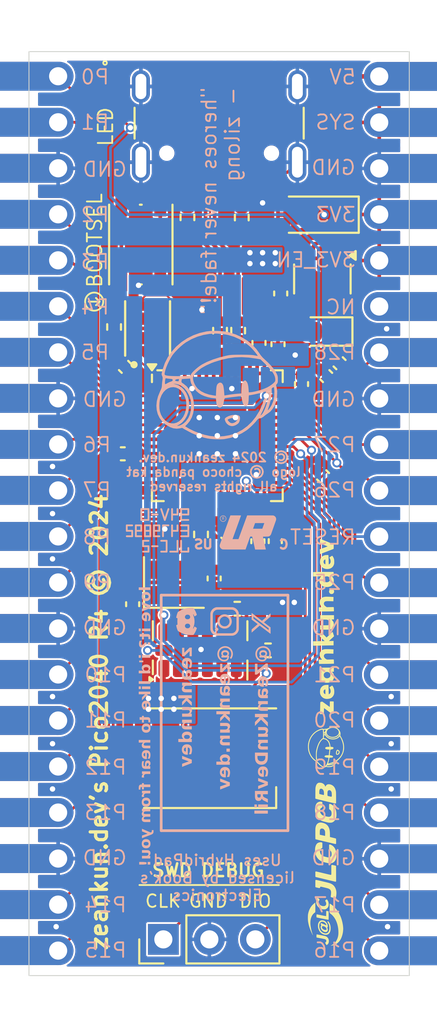
<source format=kicad_pcb>
(kicad_pcb (version 20240108) (generator "pcbnew") (generator_version "8.0")
  (layers (0 "F.Cu" signal) (31 "B.Cu" signal) (34 "B.Paste" user) (35 "F.Paste" user) (36 "B.SilkS" user "B.Silkscreen") (37 "F.SilkS" user "F.Silkscreen") (38 "B.Mask" user) (39 "F.Mask" user) (44 "Edge.Cuts" user))
  (net 0 "")
  (net 1 "GND")
  (net 2 "+3V3")
  (net 3 "+1V1")
  (net 4 "/XO")
  (net 5 "/XI")
  (net 6 "Net-(U3-BP)")
  (net 7 "VBUS")
  (net 8 "SYS")
  (net 10 "/NEOPIXEL_DIN")
  (net 11 "/P25")
  (net 13 "/USB_DM")
  (net 14 "/USB_DP")
  (net 16 "Net-(J1-CC1)")
  (net 17 "Net-(J1-CC2)")
  (net 18 "/DEBUG_DAT")
  (net 19 "/DEBUG_CLK")
  (net 20 "/P4")
  (net 21 "/P0")
  (net 22 "/P13")
  (net 23 "/P2")
  (net 24 "/P10")
  (net 25 "/P14")
  (net 26 "/P9")
  (net 27 "/P15")
  (net 28 "/P11")
  (net 29 "/P6")
  (net 30 "/P8")
  (net 31 "/P3")
  (net 32 "/P1")
  (net 33 "/P5")
  (net 34 "/P7")
  (net 35 "/P12")
  (net 36 "/RESET")
  (net 37 "/P20")
  (net 38 "/P18")
  (net 39 "/P19")
  (net 40 "/P16")
  (net 41 "/P21")
  (net 42 "/P26")
  (net 43 "/P28")
  (net 44 "/P17")
  (net 45 "Net-(U1-USB_DP)")
  (net 46 "Net-(U1-USB_DM)")
  (net 47 "/FLASH_CS")
  (net 48 "Net-(R3-Pad1)")
  (net 49 "Net-(U1-XOUT)")
  (net 50 "Net-(U4-SDO{slash}ADDR)")
  (net 51 "Net-(U4-~{CS})")
  (net 53 "/FLASH_D1")
  (net 54 "/FLASH_D0")
  (net 55 "/GYRO_SDA")
  (net 56 "/FLASH_D3")
  (net 57 "/FLASH_D2")
  (net 58 "/FLASH_CLK")
  (net 59 "/GYRO_SCL")
  (net 67 "/P27")
  (footprint "Capacitor_SMD:C_0402_1005Metric" (layer "F.Cu") (at 83.9 43.35 90)
    (property "Reference" "C14" (hide yes))
    (property "Value" "470pF")
  )
  (footprint "SMD-TH-Connector:Conn_01x20_2.54mm" (layer "F.Cu") (at 71.61 54.22)
    (property "Reference" "J3" (hide yes))
    (property "Value" "HybridPad_1x20")
  )
  (footprint "Package_DFN_QFN:QFN-56-1EP_7x7mm_P0.4mm_EP3.2x3.2mm" (layer "F.Cu") (at 80.4 51.2)
    (property "Reference" "U1" (hide yes))
    (property "Value" "RP2040")
  )
  (footprint "Resistor_SMD:R_0402_1005Metric" (layer "F.Cu") (at 80.55 45.4 -90)
    (property "Reference" "R1" (hide yes))
    (property "Value" "200")
  )
  (footprint "Package_TO_SOT_SMD:SOT-23-5" (layer "F.Cu") (at 86.2 42.55 -90)
    (property "Reference" "U3" (hide yes))
    (property "Value" "MIC5205-3.3YM5")
  )
  (footprint "LOGO" (layer "F.Cu") (at 86.4 63.2 90)
    (property "Reference" "G***" (hide yes))
    (property "Value" "LOGO" (hide yes))
  )
  (footprint "Capacitor_SMD:C_0402_1005Metric" (layer "F.Cu") (at 75.3 47.4 135)
    (property "Reference" "C1" (hide yes))
    (property "Value" "100n")
  )
  (footprint "Capacitor_SMD:C_0402_1005Metric" (layer "F.Cu") (at 82.7 46.08 90)
    (property "Reference" "C11" (hide yes))
    (property "Value" "1u")
  )
  (footprint "Diode_SMD:D_SOD-123F" (layer "F.Cu") (at 86 39 180)
    (property "Reference" "D1" (hide yes))
    (property "Value" "D_Schottky")
  )
  (footprint "Button_Switch_SMD:SW_Push_1P1T_NO_Vertical_Wuerth_434133025816" (layer "F.Cu") (at 76.175 40.65 -90)
    (property "Reference" "SW1" (hide yes))
    (property "Value" "434133025816")
  )
  (footprint "Resistor_SMD:R_0402_1005Metric" (layer "F.Cu") (at 81.55 45.4 -90)
    (property "Reference" "R2" (hide yes))
    (property "Value" "200")
  )
  (footprint "Capacitor_SMD:C_0402_1005Metric" (layer "F.Cu") (at 85.05 48.35 -90)
    (property "Reference" "C6" (hide yes))
    (property "Value" "100n")
  )
  (footprint "Resistor_SMD:R_0402_1005Metric" (layer "F.Cu") (at 74.7 45.2 -90)
    (property "Reference" "R3" (hide yes))
    (property "Value" "1k")
  )
  (footprint "Capacitor_SMD:C_0402_1005Metric" (layer "F.Cu") (at 86.410589 47.910589 -45)
    (property "Reference" "C7" (hide yes))
    (property "Value" "100n")
  )
  (footprint "Capacitor_SMD:C_0402_1005Metric" (layer "F.Cu") (at 83.75 46.15 90)
    (property "Reference" "C8" (hide yes))
    (property "Value" "1u")
  )
  (footprint "Capacitor_SMD:C_0402_1005Metric" (layer "F.Cu") (at 75.18 52.2 180)
    (property "Reference" "C2" (hide yes))
    (property "Value" "100n")
  )
  (footprint "Capacitor_SMD:C_0402_1005Metric" (layer "F.Cu") (at 87.15 47.2 -45)
    (property "Reference" "C5" (hide yes))
    (property "Value" "100n")
  )
  (footprint "Resistor_SMD:R_0402_1005Metric" (layer "F.Cu") (at 79.5 56.65 90)
    (property "Reference" "R5" (hide yes))
    (property "Value" "1k")
  )
  (footprint "Package_LGA:LGA-14_3x5mm_P0.8mm_LayoutBorder1x6y" (layer "F.Cu") (at 79.45 63.05 90)
    (property "Reference" "U4" (hide yes))
    (property "Value" "ADXL343")
  )
  (footprint "Capacitor_SMD:C_0402_1005Metric" (layer "F.Cu") (at 82.637502 57.025 -90)
    (property "Reference" "C10" (hide yes))
    (property "Value" "100n")
  )
  (footprint "Resistor_SMD:R_0402_1005Metric" (layer "F.Cu") (at 83.199999 63.05 180)
    (property "Reference" "R9" (hide yes))
    (property "Value" "10k")
  )
  (footprint "Resistor_SMD:R_0402_1005Metric" (layer "F.Cu") (at 81.75 39.16 -90)
    (property "Reference" "R6" (hide yes))
    (property "Value" "5.1k")
  )
  (footprint "LED_SMD:LED_0402_1005Metric" (layer "F.Cu") (at 74.2 31.715 -90)
    (property "Reference" "D3" (hide yes))
    (property "Value" "BLUE")
  )
  (footprint "Connector_USB:USB_C_Receptacle_GCT_USB4105-xx-A_16P_TopMnt_Horizontal" (layer "F.Cu") (at 80.5 33 180)
    (property "Reference" "J1" (hide yes))
    (property "Value" "USB_C_Receptacle_USB2.0_16P")
  )
  (footprint "Capacitor_SMD:C_0402_1005Metric" (layer "F.Cu") (at 86.239411 53.439411 -45)
    (property "Reference" "C4" (hide yes))
    (property "Value" "100n")
  )
  (footprint "LOGO" (layer "F.Cu") (at 86.4 74.8 90)
    (property "Reference" "G***" (hide yes))
    (property "Value" "LOGO" (hide yes))
  )
  (footprint "Capacitor_SMD:C_0402_1005Metric" (layer "F.Cu") (at 83.6 57.02 -90)
    (property "Reference" "C9" (hide yes))
    (property "Value" "100n")
  )
  (footprint "Capacitor_SMD:C_0402_1005Metric" (layer "F.Cu") (at 80.225 59.08 -90)
    (property "Reference" "C13" (hide yes))
    (property "Value" "15pF")
  )
  (footprint "8-USON:8-USON-2X3" (layer "F.Cu") (at 76.55 45.23 90)
    (property "Reference" "U2" (hide yes))
    (property "Value" "W25Q32JVSS")
  )
  (footprint "Capacitor_Tantalum_SMD:CP_EIA-1608-08_AVX-J" (layer "F.Cu") (at 86.35 45.45 180)
    (property "Reference" "C15" (hide yes))
    (property "Value" "2.2pF")
  )
  (footprint "Resistor_SMD:R_0402_1005Metric" (layer "F.Cu") (at 81.5 60.75 180)
    (property "Reference" "R8" (hide yes))
    (property "Value" "10k")
  )
  (footprint "Capacitor_SMD:C_0402_1005Metric" (layer "F.Cu") (at 75.725 60.5 -90)
    (property "Reference" "C12" (hide yes))
    (property "Value" "15pF")
  )
  (footprint "LED_SMD:LED_WS2812B_PLCC4_5.0x5.0mm_P3.2mm" (layer "F.Cu") (at 80 69)
    (property "Reference" "D2" (hide yes))
    (property "Value" "WS2812B")
  )
  (footprint "Capacitor_SMD:C_0402_1005Metric" (layer "F.Cu") (at 80.95 56.65 -45)
    (property "Reference" "C3" (hide yes))
    (property "Value" "100n")
  )
  (footprint "Resistor_SMD:R_0402_1005Metric" (layer "F.Cu") (at 78.75 39.15 -90)
    (property "Reference" "R7" (hide yes))
    (property "Value" "5.1k")
  )
  (footprint "Crystal:Crystal_SMD_2520-4Pin_2.5x2.0mm" (layer "F.Cu") (at 78 59.3)
    (property "Reference" "Y1" (hide yes))
    (property "Value" "12MHz")
  )
  (footprint "Connector_PinHeader_2.54mm:PinHeader_1x03_P2.54mm_Vertical" (layer "F.Cu") (at 77.42 79 90)
    (property "Reference" "J2" (hide yes))
    (property "Value" "Conn_01x03")
  )
  (footprint "LOGO" (layer "B.Cu") (at 82.8 61.55 -90)
    (property "Reference" "G***" (hide yes))
    (property "Value" "LOGO" (hide yes))
  )
  (footprint "LOGO" (layer "B.Cu") (at 82.09 56.54 180)
    (property "Reference" "G***" (hide yes))
    (property "Value" "LOGO" (hide yes))
  )
  (footprint "LOGO" (layer "B.Cu") (at 78.7 61.45 -90)
    (property "Reference" "G***" (hide yes))
    (property "Value" "LOGO" (hide yes))
  )
  (footprint "LOGO" (layer "B.Cu") (at 80.4 48.4 180)
    (property "Reference" "G***" (hide yes))
    (property "Value" "LOGO" (hide yes))
  )
  (footprint "SMD-TH-Connector:Conn_01x20_2.54mm" (layer "B.Cu") (at 89.34 54.23 180)
    (property "Reference" "J4" (hide yes))
    (property "Value" "HybridPad_1x20")
  )
  (footprint "LOGO" (layer "B.Cu") (at 80.8 61.45 -90)
    (property "Reference" "G***" (hide yes))
    (property "Value" "LOGO" (hide yes))
  )
  (gr_line (start 77.2 56.75) (end 76.9 56.75) (stroke (width 0.1)) (layer "B.SilkS"))
  (gr_line (start 77.6 57.6) (end 77.6 57) (stroke (width 0.1)) (layer "B.SilkS"))
  (gr_line (start 78.2 57) (end 78.2 57.6) (stroke (width 0.1)) (layer "B.SilkS"))
  (gr_line (start 76.3 57.3) (end 76.6 57.3) (stroke (width 0.1)) (layer "B.SilkS"))
  (gr_line (start 76.7 56.15) (end 76.7 56.75) (stroke (width 0.1)) (layer "B.SilkS"))
  (gr_line (start 78.2 56.15) (end 78.2 56.45) (stroke (width 0.1)) (layer "B.SilkS"))
  (gr_line (start 76.2 56.75) (end 75.9 56.75) (stroke (width 0.1)) (layer "B.SilkS"))
  (gr_line (start 78.8 57.6) (end 78.8 57.4) (stroke (width 0.1)) (layer "B.SilkS"))
  (gr_line (start 78.4 55.85) (end 78.4 55.25) (stroke (width 0.1)) (layer "B.SilkS"))
  (gr_line (start 78.8 56.75) (end 78.4 56.75) (stroke (width 0.1)) (layer "B.SilkS"))
  (gr_line (start 78.8 55.55) (end 78.4 55.55) (stroke (width 0.1)) (layer "B.SilkS"))
  (gr_line (start 77.9 56.15) (end 77.9 56.75) (stroke (width 0.1)) (layer "B.SilkS"))
  (gr_line (start 77.6 57) (end 77.3 57) (stroke (width 0.1)) (layer "B.SilkS"))
  (gr_line (start 76.2 56.45) (end 75.9 56.45) (stroke (width 0.1)) (layer "B.SilkS"))
  (gr_line (start 75.9 56.15) (end 76.2 56.15) (stroke (width 0.1)) (layer "B.SilkS"))
  (gr_line (start 76.6 55.85) (end 76.2 55.85) (stroke (width 0.1)) (layer "B.SilkS"))
  (gr_line (start 78.4 55.25) (end 78.8 55.25) (stroke (width 0.1)) (layer "B.SilkS"))
  (gr_line (start 84.299999 73) (end 77.3 73) (stroke (width 0.15)) (layer "B.SilkS"))
  (gr_line (start 78.4 57) (end 78.4 57.6) (stroke (width 0.1)) (layer "B.SilkS"))
  (gr_line (start 76.9 56.15) (end 77.2 56.15) (stroke (width 0.1)) (layer "B.SilkS"))
  (gr_line (start 78.8 56.15) (end 78.4 56.15) (stroke (width 0.1)) (layer "B.SilkS"))
  (gr_line (start 77.5 55.85) (end 77.3 55.25) (stroke (width 0.1)) (layer "B.SilkS"))
  (gr_line (start 77.1 55.55) (end 76.8 55.55) (stroke (width 0.1)) (layer "B.SilkS"))
  (gr_line (start 76.7 56.45) (end 76.4 56.45) (stroke (width 0.1)) (layer "B.SilkS"))
  (gr_line (start 76.9 56.75) (end 76.9 56.15) (stroke (width 0.1)) (layer "B.SilkS"))
  (gr_line (start 76.2 56.15) (end 76.2 56.45) (stroke (width 0.1)) (layer "B.SilkS"))
  (gr_line (start 77.3 60) (end 84.299999 60) (stroke (width 0.15)) (layer "B.SilkS"))
  (gr_line (start 76.4 56.75) (end 76.4 56.15) (stroke (width 0.1)) (layer "B.SilkS"))
  (gr_line (start 75.9 56.75) (end 75.9 56.15) (stroke (width 0.1)) (layer "B.SilkS"))
  (gr_line (start 78.2 55.25) (end 78.2 55.55) (stroke (width 0.1)) (layer "B.SilkS"))
  (gr_line (start 77.9 55.25) (end 77.9 55.85) (stroke (width 0.1)) (layer "B.SilkS"))
  (gr_line (start 77.2 56.15) (end 77.2 56.45) (stroke (width 0.1)) (layer "B.SilkS"))
  (gr_line (start 77.4 56.15) (end 77.4 56.75) (stroke (width 0.1)) (layer "B.SilkS"))
  (gr_line (start 76.6 55.25) (end 76.6 55.85) (stroke (width 0.1)) (layer "B.SilkS"))
  (gr_line (start 76.3 57) (end 76.3 57.3) (stroke (width 0.1)) (layer "B.SilkS"))
  (gr_line (start 75.7 56.15) (end 75.4 56.15) (stroke (width 0.1)) (layer "B.SilkS"))
  (gr_line (start 76.6 57) (end 76.3 57) (stroke (width 0.1)) (layer "B.SilkS"))
  (gr_line (start 77.3 73) (end 77.3 60) (stroke (width 0.15)) (layer "B.SilkS"))
  (gr_line (start 77.1 57.3) (end 76.8 57.3) (stroke (width 0.1)) (layer "B.SilkS"))
  (gr_line (start 78.8 56.15) (end 78.8 56.75) (stroke (width 0.1)) (layer "B.SilkS"))
  (gr_line (start 75.7 56.75) (end 75.4 56.75) (stroke (width 0.1)) (layer "B.SilkS"))
  (gr_line (start 78.8 56.45) (end 78.4 56.45) (stroke (width 0.1)) (layer "B.SilkS"))
  (gr_line (start 77.2 56.45) (end 76.9 56.45) (stroke (width 0.1)) (layer "B.SilkS"))
  (gr_line (start 77.9 55.55) (end 77.9 55.25) (stroke (width 0.1)) (layer "B.SilkS"))
  (gr_line (start 77.7 55.25) (end 77.5 55.85) (stroke (width 0.1)) (layer "B.SilkS"))
  (gr_line (start 76.6 57.3) (end 76.6 57.6) (stroke (width 0.1)) (layer "B.SilkS"))
  (gr_line (start 76.6 57.6) (end 76.3 57.6) (stroke (width 0.1)) (layer "B.SilkS"))
  (gr_line (start 76.2 55.25) (end 76.6 55.25) (stroke (width 0.1)) (layer "B.SilkS"))
  (gr_line (start 78.8 55.85) (end 78.4 55.85) (stroke (width 0.1)) (layer "B.SilkS"))
  (gr_line (start 76.7 56.75) (end 76.4 56.75) (stroke (width 0.1)) (layer "B.SilkS"))
  (gr_line (start 78.2 57.6) (end 77.8 57.6) (stroke (width 0.1)) (layer "B.SilkS"))
  (gr_line (start 78.2 55.55) (end 77.9 55.55) (stroke (width 0.1)) (layer "B.SilkS"))
  (gr_line (start 77.9 56.45) (end 77.9 56.15) (stroke (width 0.1)) (layer "B.SilkS"))
  (gr_line (start 76.2 55.85) (end 76.2 55.25) (stroke (width 0.1)) (layer "B.SilkS"))
  (gr_line (start 78.4 57.6) (end 78.8 57.6) (stroke (width 0.1)) (layer "B.SilkS"))
  (gr_line (start 84.299999 60) (end 84.299999 73) (stroke (width 0.15)) (layer "B.SilkS"))
  (gr_line (start 78.2 56.45) (end 77.9 56.45) (stroke (width 0.1)) (layer "B.SilkS"))
  (gr_line (start 75.4 56.45) (end 75.7 56.45) (stroke (width 0.1)) (layer "B.SilkS"))
  (gr_line (start 77.7 56.15) (end 77.4 56.15) (stroke (width 0.1)) (layer "B.SilkS"))
  (gr_line (start 76.4 56.15) (end 76.7 56.15) (stroke (width 0.1)) (layer "B.SilkS"))
  (gr_line (start 75.4 56.15) (end 75.4 56.45) (stroke (width 0.1)) (layer "B.SilkS"))
  (gr_line (start 77.6 57.6) (end 77.3 57.6) (stroke (width 0.1)) (layer "B.SilkS"))
  (gr_line (start 75.7 56.45) (end 75.7 56.75) (stroke (width 0.1)) (layer "B.SilkS"))
  (gr_line (start 78.8 55.25) (end 78.8 55.55) (stroke (width 0.1)) (layer "B.SilkS"))
  (gr_circle (center 73.6 43.8) (end 74.1 43.8) (stroke (width 0.1)) (fill none) (layer "F.SilkS"))
  (gr_line (start 73.3 43.8) (end 73.9 43.8) (stroke (width 0.1)) (layer "F.SilkS"))
  (gr_line (start 73.9 43.8) (end 73.7 44) (stroke (width 0.1)) (layer "F.SilkS"))
  (gr_line (start 76.1 76) (end 83.8 76) (stroke (width 0.1)) (layer "F.SilkS"))
  (gr_line (start 73.7 43.6) (end 73.9 43.8) (stroke (width 0.1)) (layer "F.SilkS"))
  (gr_line (start 73.9 43.8) (end 73.7 43.6) (stroke (width 0.1)) (layer "F.SilkS"))
  (gr_rect (start 70 30) (end 91 81) (stroke (width 0.05)) (fill none) (layer "Edge.Cuts"))
  (gr_text "SYS" (at 88.1 33.9 0) (layer "B.SilkS") (effects (font (size 0.8 0.8) (thickness 0.1)) (justify left mirror)))
  (gr_text "3V3_EN" (at 88.1 41.5 0) (layer "B.SilkS") (effects (font (size 0.8 0.8) (thickness 0.1)) (justify left mirror)))
  (gr_text "P6" (at 72.9 51.7 0) (layer "B.SilkS") (effects (font (size 0.8 0.8) (thickness 0.1)) (justify right mirror)))
  (gr_text "P3" (at 72.8 41.6 0) (layer "B.SilkS") (effects (font (size 0.8 0.8) (thickness 0.1)) (justify right mirror)))
  (gr_text "P10" (at 73 64.4 0) (layer "B.SilkS") (effects (font (size 0.8 0.8) (thickness 0.1)) (justify right mirror)))
  (gr_text "love it? i'd like to hear from you!" (at 76.8 59.5 90) (layer "B.SilkS") (effects (font (size 0.6 0.6) (thickness 0.15) (bold yes)) (justify left bottom mirror)))
  (gr_text "P20" (at 88.1 66.9 0) (layer "B.SilkS") (effects (font (size 0.8 0.8) (thickness 0.1)) (justify left mirror)))
  (gr_text "P5" (at 72.8 46.6 0) (layer "B.SilkS") (effects (font (size 0.8 0.8) (thickness 0.1)) (justify right mirror)))
  (gr_text "GND" (at 88.1 49.2 0) (layer "B.SilkS") (effects (font (size 0.8 0.8) (thickness 0.1)) (justify left mirror)))
  (gr_text "P28" (at 88.1 46.6 0) (layer "B.SilkS") (effects (font (size 0.8 0.8) (thickness 0.1)) (justify left mirror)))
  (gr_text "GND" (at 72.9 49.2 0) (layer "B.SilkS") (effects (font (size 0.8 0.8) (thickness 0.1)) (justify right mirror)))
  (gr_text "P2" (at 72.8 39 0) (layer "B.SilkS") (effects (font (size 0.8 0.8) (thickness 0.1)) (justify right mirror)))
  (gr_text "P17" (at 88.1 77.1 0) (layer "B.SilkS") (effects (font (size 0.8 0.8) (thickness 0.1)) (justify left mirror)))
  (gr_text "P8" (at 72.9 56.8 0) (layer "B.SilkS") (effects (font (size 0.8 0.8) (thickness 0.1)) (justify right mirror)))
  (gr_text "P21" (at 88.1 64.4 0) (layer "B.SilkS") (effects (font (size 0.8 0.8) (thickness 0.1)) (justify left mirror)))
  (gr_text "3V3" (at 88.1 39 0) (layer "B.SilkS") (effects (font (size 0.8 0.8) (thickness 0.1)) (justify left mirror)))
  (gr_text "P1" (at 72.8 33.9 0) (layer "B.SilkS") (effects (font (size 0.8 0.8) (thickness 0.1)) (justify right mirror)))
  (gr_text "zeankundev" (at 78.7 62.85 90) (layer "B.SilkS") (effects (font (size 0.7 0.7) (thickness 0.14) (bold yes)) (justify left mirror)))
  (gr_text "P25" (at 88.1 59.3 0) (layer "B.SilkS") (effects (font (size 0.8 0.8) (thickness 0.1)) (justify left mirror)))
  (gr_text "GND" (at 88.1 36.4 0) (layer "B.SilkS") (effects (font (size 0.8 0.8) (thickness 0.1)) (justify left mirror)))
  (gr_text "Uses HybridPad\nlicensed by Book's\nElectronics" (at 80.4 75.6 0) (layer "B.SilkS") (effects (font (size 0.6 0.6) (thickness 0.1)) (justify mirror)))
  (gr_text "GND" (at 72.9 74.5 0) (layer "B.SilkS") (effects (font (size 0.8 0.8) (thickness 0.1)) (justify right mirror)))
  (gr_text "P7" (at 72.9 54.2 0) (layer "B.SilkS") (effects (font (size 0.8 0.8) (thickness 0.1)) (justify right mirror)))
  (gr_text "GND" (at 72.9 61.8 0) (layer "B.SilkS") (effects (font (size 0.8 0.8) (thickness 0.1)) (justify right mirror)))
  (gr_text "GND" (at 88.1 61.8 0) (layer "B.SilkS") (effects (font (size 0.8 0.8) (thickness 0.1)) (justify left mirror)))
  (gr_text "C" (at 84.4 57.5 0) (layer "B.SilkS") (effects (font (size 0.5 0.5) (thickness 0.125)) (justify left bottom mirror)))
  (gr_text "P18" (at 88.1 72 0) (layer "B.SilkS") (effects (font (size 0.8 0.8) (thickness 0.1)) (justify left mirror)))
  (gr_text "P26" (at 88.1 54.2 0) (layer "B.SilkS") (effects (font (size 0.8 0.8) (thickness 0.1)) (justify left mirror)))
  (gr_text "P19" (at 88.1 69.5 0) (layer "B.SilkS") (effects (font (size 0.8 0.8) (thickness 0.1)) (justify left mirror)))
  (gr_text "P16" (at 88.1 79.6 0) (layer "B.SilkS") (effects (font (size 0.8 0.8) (thickness 0.1)) (justify left mirror)))
  (gr_text "©️ 2024 zeankun.dev.\nlogo ©️ choco panda kat\nall rights reserved" (at 80.2 54.3 0) (layer "B.SilkS") (effects (font (size 0.5 0.5) (thickness 0.1)) (justify bottom mirror)))
  (gr_text "{dblquote}heroes never fade!{dblquote}\n- zilong" (at 81.7 31.9 90) (layer "B.SilkS") (effects (font (size 0.8 0.8) (thickness 0.1)) (justify left bottom mirror)))
  (gr_text "GND" (at 72.9 36.5 0) (layer "B.SilkS") (effects (font (size 0.8 0.8) (thickness 0.1)) (justify right mirror)))
  (gr_text "RESET" (at 88.1 56.8 0) (layer "B.SilkS") (effects (font (size 0.8 0.8) (thickness 0.1)) (justify left mirror)))
  (gr_text "P11" (at 73 66.9 0) (layer "B.SilkS") (effects (font (size 0.8 0.8) (thickness 0.1)) (justify right mirror)))
  (gr_text "@ZeanKunDevRil" (at 82.899999 62.75 90) (layer "B.SilkS") (effects (font (size 0.7 0.7) (thickness 0.14) (bold yes)) (justify left mirror)))
  (gr_text "US" (at 80.21 57.49 0) (layer "B.SilkS") (effects (font (size 0.5 0.5) (thickness 0.125)) (justify left bottom mirror)))
  (gr_text "P4" (at 72.8 44.1 0) (layer "B.SilkS") (effects (font (size 0.8 0.8) (thickness 0.1)) (justify right mirror)))
  (gr_text "P14" (at 73 77.1 0) (layer "B.SilkS") (effects (font (size 0.8 0.8) (thickness 0.1)) (justify right mirror)))
  (gr_text "NC" (at 88.1 44.1 0) (layer "B.SilkS") (effects (font (size 0.8 0.8) (thickness 0.1)) (justify left mirror)))
  (gr_text "P13" (at 73 72 0) (layer "B.SilkS") (effects (font (size 0.8 0.8) (thickness 0.1)) (justify right mirror)))
  (gr_text "P27" (at 88.1 51.7 0) (layer "B.SilkS") (effects (font (size 0.8 0.8) (thickness 0.1)) (justify left mirror)))
  (gr_text "P0" (at 72.8 31.4 0) (layer "B.SilkS") (effects (font (size 0.8 0.8) (thickness 0.1)) (justify right mirror)))
  (gr_text "GND" (at 88.1 74.5 0) (layer "B.SilkS") (effects (font (size 0.8 0.8) (thickness 0.1)) (justify left mirror)))
  (gr_text "P12" (at 73 69.5 0) (layer "B.SilkS") (effects (font (size 0.8 0.8) (thickness 0.1)) (justify right mirror)))
  (gr_text "5V" (at 88.1 31.4 0) (layer "B.SilkS") (effects (font (size 0.8 0.8) (thickness 0.1)) (justify left mirror)))
  (gr_text "@zeankun.dev" (at 80.8 62.75 90) (layer "B.SilkS") (effects (font (size 0.7 0.7) (thickness 0.14) (bold yes)) (justify left mirror)))
  (gr_text "P15" (at 73 79.6 0) (layer "B.SilkS") (effects (font (size 0.8 0.8) (thickness 0.1)) (justify right mirror)))
  (gr_text "P9" (at 72.9 59.3 0) (layer "B.SilkS") (effects (font (size 0.8 0.8) (thickness 0.1)) (justify right mirror)))
  (gr_text "CLK" (at 77.4 77.3 0) (layer "F.SilkS") (effects (font (size 0.7 0.7) (thickness 0.1)) (justify bottom)))
  (gr_text "LED" (at 74.7 35.3 90) (layer "F.SilkS") (effects (font (size 0.8 0.8) (thickness 0.1)) (justify left bottom)))
  (gr_text "SWD DEBUG" (at 79.9 75.6 0) (layer "F.SilkS") (effects (font (size 0.7 0.7) (thickness 0.14) (bold yes)) (justify bottom)))
  (gr_text "BOOTSEL" (at 74.1 43.1 90) (layer "F.SilkS") (effects (font (size 0.8 0.8) (thickness 0.1)) (justify left bottom)))
  (gr_text "zeankun.dev's Pico2040 R4 ©️ 2024" (at 74.4 79.7 90) (layer "F.SilkS") (effects (font (size 0.9 0.9) (thickness 0.18) (bold yes)) (justify left bottom)))
  (gr_text "GND" (at 79.9 77.3 0) (layer "F.SilkS") (effects (font (size 0.7 0.7) (thickness 0.1)) (justify bottom)))
  (gr_text "DIO" (at 82.5 77.3 0) (layer "F.SilkS") (effects (font (size 0.7 0.7) (thickness 0.1)) (justify bottom)))
  (segment (start 76.625 58.293554) (end 76.625 58.55) (width 0.15) (layer "F.Cu") (net 1))
  (segment (start 84.245 36.68) (end 84.82 36.105) (width 0.15) (layer "F.Cu") (net 1))
  (segment (start 83.7 36.68) (end 84.245 36.68) (width 0.15) (layer "F.Cu") (net 1))
  (via (at 71.3 58) (size 0.5) (drill 0.3) (layers "F.Cu" "B.Cu") (net 1))
  (via (at 79.55 44.25) (size 0.5) (drill 0.3) (layers "F.Cu" "B.Cu") (net 1))
  (via (at 90 68.2) (size 0.5) (drill 0.3) (layers "F.Cu" "B.Cu") (net 1))
  (via (at 80.4 50.2) (size 0.5) (drill 0.3) (layers "F.Cu" "B.Cu") (net 1))
  (via (at 71.3 68.2) (size 0.5) (drill 0.3) (layers "F.Cu" "B.Cu") (net 1))
  (via (at 79.4 50.2) (size 0.5) (drill 0.3) (layers "F.Cu" "B.Cu") (net 1))
  (via (at 80.4 51.2) (size 0.5) (drill 0.3) (layers "F.Cu" "B.Cu") (net 1))
  (via (at 89.75 45.3) (size 0.5) (drill 0.3) (layers "F.Cu" "B.Cu") (net 1))
  (via (at 90 70.7) (size 0.5) (drill 0.3) (layers "F.Cu" "B.Cu") (net 1))
  (via (at 79.4 52.2) (size 0.5) (drill 0.3) (layers "F.Cu" "B.Cu") (net 1))
  (via (at 81.4 52.2) (size 0.5) (drill 0.3) (layers "F.Cu" "B.Cu") (net 1))
  (via (at 71.5 78.3) (size 0.5) (drill 0.3) (layers "F.Cu" "B.Cu") (net 1))
  (via (at 81.4 50.2) (size 0.5) (drill 0.3) (layers "F.Cu" "B.Cu") (net 1))
  (via (at 90 65.6) (size 0.5) (drill 0.3) (layers "F.Cu" "B.Cu") (net 1))
  (via (at 80.4 52.2) (size 0.5) (drill 0.3) (layers "F.Cu" "B.Cu") (net 1))
  (via (at 71.3 52.9) (size 0.5) (drill 0.3) (layers "F.Cu" "B.Cu") (net 1))
  (via (at 81.4 51.2) (size 0.5) (drill 0.3) (layers "F.Cu" "B.Cu") (net 1))
  (via (at 71.3 65.6) (size 0.5) (drill 0.3) (layers "F.Cu" "B.Cu") (net 1))
  (via (at 77.5 56.35) (size 0.5) (drill 0.3) (layers "F.Cu" "B.Cu") (net 1))
  (via (at 82.9 38.35) (size 0.5) (drill 0.3) (layers "F.Cu" "B.Cu") (net 1))
  (via (at 79.4 51.2) (size 0.5) (drill 0.3) (layers "F.Cu" "B.Cu") (net 1))
  (via (at 89.8 78.3) (size 0.5) (drill 0.3) (layers "F.Cu" "B.Cu") (net 1))
  (via (at 79.5 63) (size 0.5) (drill 0.3) (layers "F.Cu" "B.Cu") (net 1))
  (via (at 71.3 55.5) (size 0.5) (drill 0.3) (layers "F.Cu" "B.Cu") (net 1))
  (via (at 71.3 70.7) (size 0.5) (drill 0.3) (layers "F.Cu" "B.Cu") (net 1))
  (via (at 82.55 53.35) (size 0.5) (drill 0.3) (layers "F.Cu" "B.Cu") (net 2))
  (via (at 79 48.6) (size 0.5) (drill 0.3) (layers "F.Cu" "B.Cu") (net 2))
  (via (at 76.05 42.9) (size 0.5) (drill 0.3) (layers "F.Cu" "B.Cu") (net 2))
  (via (at 84.7 46.75) (size 0.5) (drill 0.3) (layers "F.Cu" "B.Cu") (net 2))
  (via (at 84.65 60.4) (size 0.5) (drill 0.3) (layers "F.Cu" "B.Cu") (net 2))
  (via (at 81.2 48.6) (size 0.5) (drill 0.3) (layers "F.Cu" "B.Cu") (net 2))
  (via (at 84 60.4) (size 0.5) (drill 0.3) (layers "F.Cu" "B.Cu") (net 2))
  (segment (start 79.5 57.159999) (end 78.790001 57.159999) (width 0.15) (layer "F.Cu") (net 4))
  (segment (start 77.5 60) (end 77.125 60) (width 0.15) (layer "F.Cu") (net 4))
  (segment (start 78 59.5) (end 77.5 60) (width 0.15) (layer "F.Cu") (net 4))
  (segment (start 75.745 60) (end 75.725 60.02) (width 0.15) (layer "F.Cu") (net 4))
  (segment (start 78.790001 57.159999) (end 78 57.95) (width 0.15) (layer "F.Cu") (net 4))
  (segment (start 77.125 60) (end 75.745 60) (width 0.15) (layer "F.Cu") (net 4))
  (segment (start 78 57.95) (end 78 59.5) (width 0.15) (layer "F.Cu") (net 4))
  (segment (start 79.802149 56.7) (end 79.2 56.7) (width 0.15) (layer "F.Cu") (net 5))
  (segment (start 80.225 58.6) (end 78.875 58.6) (width 0.15) (layer "F.Cu") (net 5))
  (segment (start 80.225 57.122851) (end 79.802149 56.7) (width 0.15) (layer "F.Cu") (net 5))
  (segment (start 80.225 58.6) (end 80.225 57.122851) (width 0.15) (layer "F.Cu") (net 5))
  (segment (start 78.8 56) (end 79.2 55.6) (width 0.15) (layer "F.Cu") (net 5))
  (segment (start 79.65 55.6) (end 79.8 55.45) (width 0.15) (layer "F.Cu") (net 5))
  (segment (start 79.2 55.6) (end 79.65 55.6) (width 0.15) (layer "F.Cu") (net 5))
  (segment (start 79.8 55.45) (end 79.8 54.6375) (width 0.15) (layer "F.Cu") (net 5))
  (segment (start 78.8 56.3) (end 78.8 56) (width 0.15) (layer "F.Cu") (net 5))
  (segment (start 79.2 56.7) (end 78.8 56.3) (width 0.15) (layer "F.Cu") (net 5))
  (segment (start 85.1075 43.83) (end 85.25 43.6875) (width 0.15) (layer "F.Cu") (net 6))
  (segment (start 83.9 43.83) (end 85.1075 43.83) (width 0.15) (layer "F.Cu") (net 6))
  (via (at 76.6 66.3) (size 0.5) (drill 0.3) (layers "F.Cu" "B.Cu") (net 8))
  (via (at 83.6 41.1) (size 0.5) (drill 0.3) (layers "F.Cu" "B.Cu") (net 8))
  (via (at 83.6 41.7) (size 0.5) (drill 0.3) (layers "F.Cu" "B.Cu") (net 8))
  (via (at 82.2 41.7) (size 0.5) (drill 0.3) (layers "F.Cu" "B.Cu") (net 8))
  (via (at 86.3 39) (size 0.5) (drill 0.3) (layers "F.Cu" "B.Cu") (net 8))
  (via (at 82.9 41.7) (size 0.5) (drill 0.3) (layers "F.Cu" "B.Cu") (net 8))
  (via (at 77.3 66.3) (size 0.5) (drill 0.3) (layers "F.Cu" "B.Cu") (net 8))
  (via (at 78 65.7) (size 0.5) (drill 0.3) (layers "F.Cu" "B.Cu") (net 8))
  (via (at 82.9 41.1) (size 0.5) (drill 0.3) (layers "F.Cu" "B.Cu") (net 8))
  (via (at 82.2 41.1) (size 0.5) (drill 0.3) (layers "F.Cu" "B.Cu") (net 8))
  (via (at 78 66.3) (size 0.5) (drill 0.3) (layers "F.Cu" "B.Cu") (net 8))
  (via (at 77.3 65.7) (size 0.5) (drill 0.3) (layers "F.Cu" "B.Cu") (net 8))
  (via (at 76.6 65.7) (size 0.5) (drill 0.3) (layers "F.Cu" "B.Cu") (net 8))
  (segment (start 82.45 64.975) (end 82.45 67.35) (width 0.15) (layer "F.Cu") (net 10))
  (segment (start 83.8375 49) (end 83.1 49) (width 0.15) (layer "F.Cu") (net 10))
  (segment (start 83.1 64.325) (end 82.45 64.975) (width 0.15) (layer "F.Cu") (net 10))
  (via (at 83.1 64.325) (size 0.5) (drill 0.3) (layers "F.Cu" "B.Cu") (net 10))
  (via (at 83.1 49) (size 0.5) (drill 0.3) (layers "F.Cu" "B.Cu") (net 10))
  (segment (start 78.4 49.65) (end 82.45 49.65) (width 0.15) (layer "B.Cu") (net 10))
  (segment (start 78.700001 64.15) (end 76.9 62.35) (width 0.15) (layer "B.Cu") (net 10))
  (segment (start 82.925 64.15) (end 78.700001 64.15) (width 0.15) (layer "B.Cu") (net 10))
  (segment (start 76.9 51.15) (end 78.4 49.65) (width 0.15) (layer "B.Cu") (net 10))
  (segment (start 82.45 49.65) (end 83.1 49) (width 0.15) (layer "B.Cu") (net 10))
  (segment (start 76.9 62.35) (end 76.9 51.15) (width 0.15) (layer "B.Cu") (net 10))
  (segment (start 83.1 64.325) (end 82.925 64.15) (width 0.15) (layer "B.Cu") (net 10))
  (segment (start 88 53.7) (end 88 58.5) (width 0.15) (layer "F.Cu") (net 11))
  (segment (start 86.298959 51.998959) (end 86.2 51.998959) (width 0.15) (layer "F.Cu") (net 11))
  (segment (start 87 52.7) (end 88 53.7) (width 0.15) (layer "F.Cu") (net 11))
  (segment (start 88 58.5) (end 88.81 59.31) (width 0.15) (layer "F.Cu") (net 11))
  (segment (start 75.6 34.2) (end 74.2 32.8) (width 0.15) (layer "F.Cu") (net 11))
  (segment (start 84.801041 50.6) (end 83.8375 50.6) (width 0.15) (layer "F.Cu") (net 11))
  (segment (start 74.2 32.8) (end 74.2 32.2) (width 0.15) (layer "F.Cu") (net 11))
  (segment (start 87 52.7) (end 86.298959 51.998959) (width 0.15) (layer "F.Cu") (net 11))
  (segment (start 88.81 59.31) (end 89.34 59.31) (width 0.15) (layer "F.Cu") (net 11))
  (segment (start 86.2 51.998959) (end 84.801041 50.6) (width 0.15) (layer "F.Cu") (net 11))
  (via (at 75.6 34.2) (size 0.5) (drill 0.3) (layers "F.Cu" "B.Cu") (net 11))
  (via (at 87 52.7) (size 0.5) (drill 0.3) (layers "F.Cu" "B.Cu") (net 11))
  (segment (start 86 40.9) (end 84.1 39) (width 0.15) (layer "B.Cu") (net 11))
  (segment (start 74.5 35.3) (end 75.6 34.2) (width 0.15) (layer "B.Cu") (net 11))
  (segment (start 74.5 38) (end 74.5 35.3) (width 0.15) (layer "B.Cu") (net 11))
  (segment (start 75.5 39) (end 74.5 38) (width 0.15) (layer "B.Cu") (net 11))
  (segment (start 86 51.246446) (end 86 40.9) (width 0.15) (layer "B.Cu") (net 11))
  (segment (start 87 52.246446) (end 86 51.246446) (width 0.15) (layer "B.Cu") (net 11))
  (segment (start 84.1 39) (end 75.5 39) (width 0.15) (layer "B.Cu") (net 11))
  (segment (start 87 52.7) (end 87 52.246446) (width 0.15) (layer "B.Cu") (net 11))
  (segment (start 80.25 36.68) (end 80.25 37.254999) (width 0.15) (layer "F.Cu") (net 13))
  (segment (start 80.525001 37.53) (end 80.995 37.53) (width 0.15) (layer "F.Cu") (net 13))
  (segment (start 81.55 44.89) (end 81.55 41.6) (width 0.2) (layer "F.Cu") (net 13))
  (segment (start 80.25 37.254999) (end 80.525001 37.53) (width 0.15) (layer "F.Cu") (net 13))
  (segment (start 80.25 40.3) (end 80.25 36.68) (width 0.2) (layer "F.Cu") (net 13))
  (segment (start 81.25 37.275) (end 81.25 36.68) (width 0.15) (layer "F.Cu") (net 13))
  (segment (start 80.995 37.53) (end 81.25 37.275) (width 0.15) (layer "F.Cu") (net 13))
  (segment (start 81.55 41.6) (end 80.25 40.3) (width 0.2) (layer "F.Cu") (net 13))
  (segment (start 79.75 36.68) (end 79.75 36.105001) (width 0.15) (layer "F.Cu") (net 14))
  (segment (start 79.75 36.105001) (end 80.055001 35.8) (width 0.15) (layer "F.Cu") (net 14))
  (segment (start 80.55 44.89) (end 80.55 41.45) (width 0.2) (layer "F.Cu") (net 14))
  (segment (start 80.55 41.45) (end 79.75 40.65) (width 0.2) (layer "F.Cu") (net 14))
  (segment (start 80.055001 35.8) (end 80.444999 35.8) (width 0.15) (layer "F.Cu") (net 14))
  (segment (start 80.75 36.105001) (end 80.75 36.68) (width 0.15) (layer "F.Cu") (net 14))
  (segment (start 80.444999 35.8) (end 80.75 36.105001) (width 0.15) (layer "F.Cu") (net 14))
  (segment (start 79.75 40.65) (end 79.75 36.68) (width 0.2) (layer "F.Cu") (net 14))
  (segment (start 81.75 38.65) (end 81.75 36.68) (width 0.2) (layer "F.Cu") (net 16))
  (segment (start 78.75 38.64) (end 78.75 36.68) (width 0.2) (layer "F.Cu") (net 17))
  (segment (start 85.505 75.995) (end 85.505 56.312108) (width 0.15) (layer "F.Cu") (net 18))
  (segment (start 82.555416 55.75) (end 81.8 54.994584) (width 0.15) (layer "F.Cu") (net 18))
  (segment (start 81.8 54.994584) (end 81.8 54.6375) (width 0.15) (layer "F.Cu") (net 18))
  (segment (start 82.5 79) (end 85.505 75.995) (width 0.15) (layer "F.Cu") (net 18))
  (segment (start 85.505 56.312108) (end 84.942892 55.75) (width 0.15) (layer "F.Cu") (net 18))
  (segment (start 84.942892 55.75) (end 82.555416 55.75) (width 0.15) (layer "F.Cu") (net 18))
  (segment (start 77.42 78.98) (end 77.42 79) (width 0.15) (layer "F.Cu") (net 19))
  (segment (start 81.4 55.4) (end 82 56) (width 0.15) (layer "F.Cu") (net 19))
  (segment (start 85.255 71.145) (end 77.42 78.98) (width 0.15) (layer "F.Cu") (net 19))
  (segment (start 84.839338 56) (end 85.255 56.415662) (width 0.15) (layer "F.Cu") (net 19))
  (segment (start 85.255 56.415662) (end 85.255 71.145) (width 0.15) (layer "F.Cu") (net 19))
  (segment (start 82 56) (end 84.839338 56) (width 0.15) (layer "F.Cu") (net 19))
  (segment (start 81.4 54.6375) (end 81.4 55.4) (width 0.15) (layer "F.Cu") (net 19))
  (segment (start 72.8 45.25) (end 72.8 47.346446) (width 0.15) (layer "F.Cu") (net 20))
  (segment (start 71.61 44.06) (end 72.8 45.25) (width 0.15) (layer "F.Cu") (net 20))
  (segment (start 76.053554 50.6) (end 76.9625 50.6) (width 0.15) (layer "F.Cu") (net 20))
  (segment (start 72.8 47.346446) (end 76.053554 50.6) (width 0.15) (layer "F.Cu") (net 20))
  (segment (start 73.8 33.55) (end 71.61 31.36) (width 0.15) (layer "F.Cu") (net 21))
  (segment (start 73.8 46.9) (end 73.8 33.55) (width 0.15) (layer "F.Cu") (net 21))
  (segment (start 75.9 49) (end 73.8 46.9) (width 0.15) (layer "F.Cu") (net 21))
  (segment (start 76.9625 49) (end 75.9 49) (width 0.15) (layer "F.Cu") (net 21))
  (segment (start 77.975 55.3) (end 74.83777 55.3) (width 0.15) (layer "F.Cu") (net 22))
  (segment (start 74.15 70.05) (end 72.2 72) (width 0.15) (layer "F.Cu") (net 22))
  (segment (start 72.2 72) (end 70.575 72) (width 0.15) (layer "F.Cu") (net 22))
  (segment (start 78.2 55.075) (end 77.975 55.3) (width 0.15) (layer "F.Cu") (net 22))
  (segment (start 74.15 55.98777) (end 74.15 70.05) (width 0.15) (layer "F.Cu") (net 22))
  (segment (start 74.83777 55.3) (end 74.15 55.98777) (width 0.15) (layer "F.Cu") (net 22))
  (segment (start 78.2 54.6375) (end 78.2 55.075) (width 0.15) (layer "F.Cu") (net 22))
  (segment (start 73.3 40.67) (end 73.3 47.139338) (width 0.15) (layer "F.Cu") (net 23))
  (segment (start 75.960662 49.8) (end 76.9625 49.8) (width 0.15) (layer "F.Cu") (net 23))
  (segment (start 73.3 47.139338) (end 75.960662 49.8) (width 0.15) (layer "F.Cu") (net 23))
  (segment (start 71.61 38.98) (end 73.3 40.67) (width 0.15) (layer "F.Cu") (net 23))
  (segment (start 73.273554 62.716446) (end 71.61 64.38) (width 0.15) (layer "F.Cu") (net 24))
  (segment (start 75.677108 53.4) (end 73.273554 55.803554) (width 0.15) (layer "F.Cu") (net 24))
  (segment (start 76.9625 53.4) (end 75.677108 53.4) (width 0.15) (layer "F.Cu") (net 24))
  (segment (start 73.273554 55.803554) (end 73.273554 62.716446) (width 0.15) (layer "F.Cu") (net 24))
  (segment (start 74.941324 55.55) (end 74.4 56.091324) (width 0.15) (layer "F.Cu") (net 25))
  (segment (start 78.6 54.6375) (end 78.6 55.075) (width 0.15) (layer "F.Cu") (net 25))
  (segment (start 78.6 55.075) (end 78.125 55.55) (width 0.15) (layer "F.Cu") (net 25))
  (segment (start 74.4 74.29) (end 71.61 77.08) (width 0.15) (layer "F.Cu") (net 25))
  (segment (start 78.125 55.55) (end 74.941324 55.55) (width 0.15) (layer "F.Cu") (net 25))
  (segment (start 74.4 56.091324) (end 74.4 74.29) (width 0.15) (layer "F.Cu") (net 25))
  (segment (start 73.023554 57.886446) (end 71.61 59.3) (width 0.15) (layer "F.Cu") (net 26))
  (segment (start 73.023554 55.7) (end 73.023554 57.886446) (width 0.15) (layer "F.Cu") (net 26))
  (segment (start 75.723554 53) (end 73.023554 55.7) (width 0.15) (layer "F.Cu") (net 26))
  (segment (start 76.9625 53) (end 75.723554 53) (width 0.15) (layer "F.Cu") (net 26))
  (segment (start 74.65 56.25) (end 75.1 55.8) (width 0.15) (layer "F.Cu") (net 27))
  (segment (start 75.1 55.8) (end 78.275 55.8) (width 0.15) (layer "F.Cu") (net 27))
  (segment (start 79 55.075) (end 79 54.6375) (width 0.15) (layer "F.Cu") (net 27))
  (segment (start 74.65 76.58) (end 74.65 56.25) (width 0.15) (layer "F.Cu") (net 27))
  (segment (start 71.61 79.62) (end 74.65 76.58) (width 0.15) (layer "F.Cu") (net 27))
  (segment (start 78.275 55.8) (end 79 55.075) (width 0.15) (layer "F.Cu") (net 27))
  (segment (start 75.630662 53.8) (end 73.565331 55.865331) (width 0.15) (layer "F.Cu") (net 28))
  (segment (start 76.9625 53.8) (end 75.630662 53.8) (width 0.15) (layer "F.Cu") (net 28))
  (segment (start 73.565331 64.964669) (end 71.61 66.92) (width 0.15) (layer "F.Cu") (net 28))
  (segment (start 73.565331 55.865331) (end 73.565331 64.964669) (width 0.15) (layer "F.Cu") (net 28))
  (segment (start 76.9625 51.4) (end 71.89 51.4) (width 0.15) (layer "F.Cu") (net 29))
  (segment (start 71.89 51.4) (end 71.61 51.68) (width 0.15) (layer "F.Cu") (net 29))
  (segment (start 75.62 52.75) (end 71.61 56.76) (width 0.15) (layer "F.Cu") (net 30))
  (segment (start 76.9625 52.6) (end 76.25 52.6) (width 0.15) (layer "F.Cu") (net 30))
  (segment (start 76.25 52.6) (end 76.1 52.75) (width 0.15) (layer "F.Cu") (net 30))
  (segment (start 76.1 52.75) (end 75.62 52.75) (width 0.15) (layer "F.Cu") (net 30))
  (segment (start 73.05 47.242892) (end 73.05 42.3) (width 0.15) (layer "F.Cu") (net 31))
  (segment (start 76.9625 50.2) (end 76.007108 50.2) (width 0.15) (layer "F.Cu") (net 31))
  (segment (start 73.05 42.3) (end 72.27 41.52) (width 0.15) (layer "F.Cu") (net 31))
  (segment (start 72.27 41.52) (end 71.61 41.52) (width 0.15) (layer "F.Cu") (net 31))
  (segment (start 76.007108 50.2) (end 73.05 47.242892) (width 0.15) (layer "F.Cu") (net 31))
  (segment (start 75.914216 49.4) (end 73.55 47.035784) (width 0.15) (layer "F.Cu") (net 32))
  (segment (start 73.55 34.9) (end 72.55 33.9) (width 0.15) (layer "F.Cu") (net 32))
  (segment (start 73.55 47.035784) (end 73.55 34.9) (width 0.15) (layer "F.Cu") (net 32))
  (segment (start 76.9625 49.4) (end 75.914216 49.4) (width 0.15) (layer "F.Cu") (net 32))
  (segment (start 72.55 33.9) (end 71.61 33.9) (width 0.15) (layer "F.Cu") (net 32))
  (segment (start 71.61 46.6) (end 71.7 46.6) (width 0.15) (layer "F.Cu") (net 33))
  (segment (start 71.7 46.6) (end 76.1 51) (width 0.15) (layer "F.Cu") (net 33))
  (segment (start 76.1 51) (end 76.9625 51) (width 0.15) (layer "F.Cu") (net 33))
  (segment (start 76.4 51.8) (end 76.3 51.7) (width 0.15) (layer "F.Cu") (net 34))
  (segment (start 76.9625 51.8) (end 76.4 51.8) (width 0.15) (layer "F.Cu") (net 34))
  (segment (start 76.3 51.7) (end 74.13 51.7) (width 0.15) (layer "F.Cu") (net 34))
  (segment (start 74.13 51.7) (end 71.61 54.22) (width 0.15) (layer "F.Cu") (net 34))
  (segment (start 75.146716 54.6375) (end 77.8 54.6375) (width 0.15) (layer "F.Cu") (net 35))
  (segment (start 71.61 69.46) (end 73.9 67.17) (width 0.15) (layer "F.Cu") (net 35))
  (segment (start 73.9 55.884216) (end 75.146716 54.6375) (width 0.15) (layer "F.Cu") (net 35))
  (segment (start 73.9 67.17) (end 73.9 55.884216) (width 0.15) (layer "F.Cu") (net 35))
  (segment (start 82.2 53.9) (end 82 53.7) (width 0.15) (layer "F.Cu") (net 36))
  (segment (start 82.2 54.6375) (end 82.2 53.9) (width 0.15) (layer "F.Cu") (net 36))
  (via (at 82 53.7) (size 0.5) (drill 0.3) (layers "F.Cu" "B.Cu") (net 36))
  (segment (start 85.8 51.4) (end 86.3 51.9) (width 0.15) (layer "B.Cu") (net 36))
  (segment (start 82 53.7) (end 82.5 54.2) (width 0.15) (layer "B.Cu") (net 36))
  (segment (start 82.5 54.2) (end 84 54.2) (width 0.15) (layer "B.Cu") (net 36))
  (segment (start 84.4 53.8) (end 84.4 51.8) (width 0.15) (layer "B.Cu") (net 36))
  (segment (start 86.3 55.5) (end 87.57 56.77) (width 0.15) (layer "B.Cu") (net 36))
  (segment (start 87.57 56.77) (end 89.34 56.77) (width 0.15) (layer "B.Cu") (net 36))
  (segment (start 86.3 51.9) (end 86.3 55.5) (width 0.15) (layer "B.Cu") (net 36))
  (segment (start 84.4 51.8) (end 84.8 51.4) (width 0.15) (layer "B.Cu") (net 36))
  (segment (start 84 54.2) (end 84.4 53.8) (width 0.15) (layer "B.Cu") (net 36))
  (segment (start 84.8 51.4) (end 85.8 51.4) (width 0.15) (layer "B.Cu") (net 36))
  (segment (start 84.321446 53) (end 86.85 55.528554) (width 0.15) (layer "F.Cu") (net 37))
  (segment (start 83.8375 53) (end 84.321446 53) (width 0.15) (layer "F.Cu") (net 37))
  (segment (start 86.85 55.528554) (end 86.85 64.44) (width 0.15) (layer "F.Cu") (net 37))
  (segment (start 86.85 64.44) (end 89.34 66.93) (width 0.15) (layer "F.Cu") (net 37))
  (segment (start 86.310723 67.869581) (end 86.3 67.880304) (width 0.15) (layer "F.Cu") (net 38))
  (segment (start 84.321446 53.8) (end 86.310723 55.789277) (width 0.15) (layer "F.Cu") (net 38))
  (segment (start 86.310723 55.789277) (end 86.310723 67.869581) (width 0.15) (layer "F.Cu") (net 38))
  (segment (start 83.8375 53.8) (end 84.321446 53.8) (width 0.15) (layer "F.Cu") (net 38))
  (segment (start 86.3 67.880304) (end 86.3 69.3) (width 0.15) (layer "F.Cu") (net 38))
  (segment (start 86.3 69.3) (end 89.01 72.01) (width 0.15) (layer "F.Cu") (net 38))
  (segment (start 89.01 72.01) (end 89.34 72.01) (width 0.15) (layer "F.Cu") (net 38))
  (segment (start 86.6 55.725) (end 84.275 53.4) (width 0.15) (layer "F.Cu") (net 39))
  (segment (start 86.6 66.73) (end 86.6 55.725) (width 0.15) (layer "F.Cu") (net 39))
  (segment (start 89.34 69.47) (end 86.6 66.73) (width 0.15) (layer "F.Cu") (net 39))
  (segment (start 84.275 53.4) (end 83.8375 53.4) (width 0.15) (layer "F.Cu") (net 39))
  (segment (start 85.8 56.253554) (end 85.046446 55.5) (width 0.15) (layer "F.Cu") (net 40))
  (segment (start 85.8 76.09) (end 85.8 56.253554) (width 0.15) (layer "F.Cu") (net 40))
  (segment (start 89.34 79.63) (end 85.8 76.09) (width 0.15) (layer "F.Cu") (net 40))
  (segment (start 85.046446 55.5) (end 83.025 55.5) (width 0.15) (layer "F.Cu") (net 40))
  (segment (start 83.025 55.5) (end 82.6 55.075) (width 0.15) (layer "F.Cu") (net 40))
  (segment (start 82.6 55.075) (end 82.6 54.6375) (width 0.15) (layer "F.Cu") (net 40))
  (segment (start 89.34 64.34) (end 89.34 64.39) (width 0.15) (layer "F.Cu") (net 41))
  (segment (start 87.1 55.425) (end 87.1 62.1) (width 0.15) (layer "F.Cu") (net 41))
  (segment (start 87.1 62.1) (end 89.34 64.34) (width 0.15) (layer "F.Cu") (net 41))
  (segment (start 83.8375 52.6) (end 84.275 52.6) (width 0.15) (layer "F.Cu") (net 41))
  (segment (start 84.275 52.6) (end 87.1 55.425) (width 0.15) (layer "F.Cu") (net 41))
  (segment (start 86.886446 51.94) (end 87.04 51.94) (width 0.15) (layer "F.Cu") (net 42))
  (segment (start 89.33 54.23) (end 89.34 54.23) (width 0.15) (layer "F.Cu") (net 42))
  (segment (start 87.04 51.94) (end 89.33 54.23) (width 0.15) (layer "F.Cu") (net 42))
  (segment (start 85.146446 50.2) (end 86.886446 51.94) (width 0.15) (layer "F.Cu") (net 42))
  (segment (start 83.8375 50.2) (end 85.146446 50.2) (width 0.15) (layer "F.Cu") (net 42))
  (segment (start 83.8375 49.4) (end 86.5 49.4) (width 0.15) (layer "F.Cu") (net 43))
  (segment (start 89.29 46.61) (end 89.34 46.61) (width 0.15) (layer "F.Cu") (net 43))
  (segment (start 86.5 49.4) (end 89.29 46.61) (width 0.15) (layer "F.Cu") (net 43))
  (segment (start 86.05 73.8) (end 86.05 56.610723) (width 0.15) (layer "F.Cu") (net 44))
  (segment (start 86.05 56.610723) (end 86.060723 56.6) (width 0.15) (layer "F.Cu") (net 44))
  (segment (start 89.34 77.09) (end 86.05 73.8) (width 0.15) (layer "F.Cu") (net 44))
  (segment (start 86.060723 56.060723) (end 84.6375 54.6375) (width 0.15) (layer "F.Cu") (net 44))
  (segment (start 84.6375 54.6375) (end 83 54.6375) (width 0.15) (layer "F.Cu") (net 44))
  (segment (start 86.060723 56.6) (end 86.060723 56.060723) (width 0.15) (layer "F.Cu") (net 44))
  (segment (start 81.4 46.76) (end 80.55 45.91) (width 0.1) (layer "F.Cu") (net 45))
  (segment (start 81.4 47.7625) (end 81.4 46.76) (width 0.1) (layer "F.Cu") (net 45))
  (segment (start 81.8 46.16) (end 81.55 45.91) (width 0.1) (layer "F.Cu") (net 46))
  (segment (start 81.8 47.7625) (end 81.8 46.16) (width 0.1) (layer "F.Cu") (net 46))
  (segment (start 75.49 46.5) (end 74.7 45.71) (width 0.1) (layer "F.Cu") (net 47))
  (segment (start 75.8 46.744999) (end 75.8 46.5) (width 0.1) (layer "F.Cu") (net 47))
  (segment (start 76.817501 47.7625) (end 75.8 46.744999) (width 0.1) (layer "F.Cu") (net 47))
  (segment (start 75.8 46.5) (end 75.49 46.5) (width 0.1) (layer "F.Cu") (net 47))
  (segment (start 77.8 47.7625) (end 76.817501 47.7625) (width 0.1) (layer "F.Cu") (net 47))
  (segment (start 74.7 44.2) (end 75.1 43.8) (width 0.2) (layer "F.Cu") (net 48))
  (segment (start 75.1 43.8) (end 75.1 42.7) (width 0.2) (layer "F.Cu") (net 48))
  (segment (start 75.1 42.7) (end 75.1 38.575) (width 0.2) (layer "F.Cu") (net 48))
  (segment (start 74.7 44.69) (end 74.7 44.2) (width 0.2) (layer "F.Cu") (net 48))
  (segment (start 79.5 56.140001) (end 80.2 55.440001) (width 0.15) (layer "F.Cu") (net 49))
  (segment (start 80.2 55.440001) (end 80.2 54.6375) (width 0.15) (layer "F.Cu") (net 49))
  (segment (start 78.25 61.575001) (end 79.075001 60.75) (width 0.15) (layer "F.Cu") (net 50))
  (segment (start 79.075001 60.75) (end 80.990001 60.75) (width 0.15) (layer "F.Cu") (net 50))
  (segment (start 78.25 62.05) (end 78.25 61.575001) (width 0.15) (layer "F.Cu") (net 50))
  (segment (start 81.450001 63.05) (end 82.69 63.05) (width 0.15) (layer "F.Cu") (net 51))
  (segment (start 78.2 47.325) (end 78.05 47.175) (width 0.1) (layer "F.Cu") (net 53))
  (segment (start 78.2 47.7625) (end 78.2 47.325) (width 0.1) (layer "F.Cu") (net 53))
  (segment (start 76.3 46.775) (end 76.3 46.5) (width 0.1) (layer "F.Cu") (net 53))
  (segment (start 76.7 47.175) (end 76.3 46.775) (width 0.1) (layer "F.Cu") (net 53))
  (segment (start 78.05 47.175) (end 76.7 47.175) (width 0.1) (layer "F.Cu") (net 53))
  (segment (start 79 45.76) (end 77.3 44.06) (width 0.1) (layer "F.Cu") (net 54))
  (segment (start 79 47.7625) (end 79 45.76) (width 0.1) (layer "F.Cu") (net 54))
  (segment (start 83.8375 51.8) (end 84.6 51.8) (width 0.15) (layer "F.Cu") (net 55))
  (segment (start 84.6 51.8) (end 85 52.2) (width 0.15) (layer "F.Cu") (net 55))
  (segment (start 77.45 62.05) (end 77.45 61.1) (width 0.15) (layer "F.Cu") (net 55))
  (via (at 85 52.2) (size 0.5) (drill 0.3) (layers "F.Cu" "B.Cu") (net 55))
  (via (at 77.45 61.1) (size 0.5) (drill 0.3) (layers "F.Cu" "B.Cu") (net 55))
  (segment (start 85.35 55.603553) (end 85.35 52.55) (width 0.15) (layer "B.Cu") (net 55))
  (segment (start 78.803554 63.9) (end 85 63.9) (width 0.15) (layer "B.Cu") (net 55))
  (segment (start 85.75 56.003554) (end 85.35 55.603553) (width 0.15) (layer "B.Cu") (net 55))
  (segment (start 85 63.9) (end 85.75 63.15) (width 0.15) (layer "B.Cu") (net 55))
  (segment (start 85.75 63.15) (end 85.75 56.003554) (width 0.15) (layer "B.Cu") (net 55))
  (segment (start 77.45 61.1) (end 77.45 62.546446) (width 0.15) (layer "B.Cu") (net 55))
  (segment (start 77.45 62.546446) (end 78.803554 63.9) (width 0.15) (layer "B.Cu") (net 55))
  (segment (start 85.35 52.55) (end 85 52.2) (width 0.15) (layer "B.Cu") (net 55))
  (segment (start 76.435 43.465) (end 76.3 43.6) (width 0.1) (layer "F.Cu") (net 56))
  (segment (start 76.3 43.6) (end 76.3 44.06) (width 0.1) (layer "F.Cu") (net 56))
  (segment (start 79.8 45.65284) (end 77.61216 43.465) (width 0.1) (layer "F.Cu") (net 56))
  (segment (start 79.8 47.7625) (end 79.8 45.65284) (width 0.1) (layer "F.Cu") (net 56))
  (segment (start 77.61216 43.465) (end 76.435 43.465) (width 0.1) (layer "F.Cu") (net 56))
  (segment (start 76.895 46.895) (end 76.8 46.8) (width 0.1) (layer "F.Cu") (net 57))
  (segment (start 76.8 46.8) (end 76.8 46.5) (width 0.1) (layer "F.Cu") (net 57))
  (segment (start 78.6 47.7625) (end 78.6 47.325) (width 0.1) (layer "F.Cu") (net 57))
  (segment (start 78.6 47.325) (end 78.17 46.895) (width 0.1) (layer "F.Cu") (net 57))
  (segment (start 78.17 46.895) (end 76.895 46.895) (width 0.1) (layer "F.Cu") (net 57))
  (segment (start 76.8 43.815001) (end 76.8 44.06) (width 0.1) (layer "F.Cu") (net 58))
  (segment (start 77.529318 43.665) (end 76.950001 43.665) (width 0.1) (layer "F.Cu") (net 58))
  (segment (start 76.950001 43.665) (end 76.8 43.815001) (width 0.1) (layer "F.Cu") (net 58))
  (segment (start 79.4 47.7625) (end 79.4 45.535682) (width 0.1) (layer "F.Cu") (net 58))
  (segment (start 79.4 45.535682) (end 77.529318 43.665) (width 0.1) (layer "F.Cu") (net 58))
  (segment (start 85 51.4) (end 85.6 52) (width 0.15) (layer "F.Cu") (net 59))
  (segment (start 83.8375 51.4) (end 85 51.4) (width 0.15) (layer "F.Cu") (net 59))
  (segment (start 77.449999 63.05) (end 76.55 63.05) (width 0.15) (layer "F.Cu") (net 59))
  (via (at 85.6 52) (size 0.5) (drill 0.3) (layers "F.Cu" "B.Cu") (net 59))
  (via (at 76.55 63.05) (size 0.5) (drill 0.3) (layers "F.Cu" "B.Cu") (net 59))
  (segment (start 84.501041 64.8) (end 86 63.301041) (width 0.15) (layer "B.Cu") (net 59))
  (segment (start 76.55 63.05) (end 77.246446 63.05) (width 0.15) (layer "B.Cu") (net 59))
  (segment (start 77.246446 63.05) (end 78.996446 64.8) (width 0.15) (layer "B.Cu") (net 59))
  (segment (start 86 55.9) (end 85.6 55.5) (width 0.15) (layer "B.Cu") (net 59))
  (segment (start 86 63.301041) (end 86 55.9) (width 0.15) (layer "B.Cu") (net 59))
  (segment (start 85.6 55.5) (end 85.6 52) (width 0.15) (layer "B.Cu") (net 59))
  (segment (start 78.996446 64.8) (end 84.501041 64.8) (width 0.15) (layer "B.Cu") (net 59))
  (segment (start 83.8375 49.8) (end 85.1 49.8) (width 0.15) (layer "F.Cu") (net 67))
  (segment (start 86.99 51.69) (end 89.34 51.69) (width 0.15) (layer "F.Cu") (net 67))
  (segment (start 85.1 49.8) (end 86.99 51.69) (width 0.15) (layer "F.Cu") (net 67))
  (zone (net 3) (net_name "+1V1") (layer "F.Cu") (priority 15) (connect_pads (clearance 0.1)) (min_thickness 0.1) (fill yes (thermal_gap 0.1) (thermal_bridge_width 0.2))
    (polygon (pts (xy 80.8 55.8) (xy 80.8 55.1) (xy 81.2 55.1) (xy 82.3 56.1) (xy 84.2 56.1) (xy 84.2 57.1) (xy 83.2 57.1) (xy 82.2 57.1)))
  )
  (zone (net 8) (net_name "SYS") (layer "F.Cu") (priority 20) (connect_pads (clearance 0.1)) (min_thickness 0.1) (fill yes (thermal_gap 0.1) (thermal_bridge_width 0.2))
    (polygon (pts (xy 84.65 42.35) (xy 81.75 42.35) (xy 81.75 40.7) (xy 84.65 40.7)))
  )
  (zone (net 2) (net_name "+3V3") (layer "F.Cu") (priority 4) (connect_pads (clearance 0.1)) (min_thickness 0.1) (fill yes (thermal_gap 0.1) (thermal_bridge_width 0.2))
    (polygon (pts (xy 87.85 46.35) (xy 87.85 43.15) (xy 90.5 43.15) (xy 90.5 40.4) (xy 87.8 40.4) (xy 87.8 42.35) (xy 86.4 42.35) (xy 86.4 46.35)))
  )
  (zone (net 8) (net_name "SYS") (layer "F.Cu") (priority 2) (connect_pads (clearance 0.1)) (min_thickness 0.1) (fill yes (thermal_gap 0.1) (thermal_bridge_width 0.2))
    (polygon (pts (xy 85.7 37.6) (xy 85.7 40.1) (xy 88.25 40.1) (xy 88.25 35.1) (xy 90.5 35.1) (xy 90.5 32.6) (xy 86.6 32.6) (xy 86.6 37.6)))
  )
  (zone (net 3) (net_name "+1V1") (layer "F.Cu") (priority 6) (connect_pads (clearance 0.1)) (min_thickness 0.1) (fill yes (thermal_gap 0.1) (thermal_bridge_width 0.2))
    (polygon (pts (xy 82.4 47.05) (xy 82.4 49.5) (xy 78.7 49.5) (xy 78.7 52.9) (xy 81.2 52.9) (xy 81.2 55.35) (xy 80.8 55.35) (xy 80.8 53.45) (xy 78.25 53.45) (xy 78.25 49.05) (xy 80 49.05) (xy 80 47.25) (xy 80.4 47.25) (xy 80.4 49.05) (xy 82 49.05) (xy 82 47.05)))
  )
  (zone (net 2) (net_name "+3V3") (layer "F.Cu") (priority 23) (connect_pads (clearance 0.1)) (min_thickness 0.1) (fill yes (thermal_gap 0.1) (thermal_bridge_width 0.2))
    (polygon (pts (xy 77 63.45) (xy 77 64.85) (xy 81 64.85) (xy 81 64.55) (xy 77.9 64.55) (xy 77.9 63.45)))
  )
  (zone (net 7) (net_name "VBUS") (layer "F.Cu") (priority 1) (connect_pads (clearance 0.1)) (min_thickness 0.2) (fill yes (thermal_gap 0.2) (thermal_bridge_width 0.25))
    (polygon (pts (xy 77.7 35.9) (xy 77.7 37.4) (xy 78.5 37.4) (xy 78.5 35.6) (xy 82.3 35.6) (xy 82.3 37.8) (xy 83.65 37.8) (xy 83.65 40.1) (xy 85.7 40.1) (xy 85.7 37.6) (xy 86.6 37.6) (xy 86.6 32.6) (xy 91 32.6) (xy 91 30.4) (xy 83.6 30.4) (xy 83.6 34.1) (xy 77.7 34.1)))
  )
  (zone (net 3) (net_name "+1V1") (layer "F.Cu") (priority 7) (connect_pads (clearance 0.1)) (min_thickness 0.1) (fill yes (thermal_gap 0.1) (thermal_bridge_width 0.2))
    (polygon (pts (xy 82 47.05) (xy 82 46.35) (xy 83.1 46.35) (xy 83.1 47.05)))
  )
  (zone (net 2) (net_name "+3V3") (layer "F.Cu") (priority 22) (connect_pads (clearance 0.1)) (min_thickness 0.1) (fill yes (thermal_gap 0.1) (thermal_bridge_width 0.2))
    (polygon (pts (xy 81 63.45) (xy 81 64.85) (xy 84.25 64.85) (xy 84.25 63.45)))
  )
  (zone (net 2) (net_name "+3V3") (layer "F.Cu") (priority 21) (connect_pads (clearance 0.1)) (min_thickness 0.1) (fill yes (thermal_gap 0.1) (thermal_bridge_width 0.2))
    (polygon (pts (xy 90.5 40.4) (xy 90.5 37.65) (xy 88.25 37.65) (xy 88.25 40.4)))
  )
  (zone (net 2) (net_name "+3V3") (layer "F.Cu") (priority 1) (connect_pads (clearance 0.1)) (min_thickness 0.1) (fill yes (thermal_gap 0.1) (thermal_bridge_width 0.2))
    (polygon (pts (xy 87.85 46.35) (xy 86.35 47.85) (xy 84.6 47.85) (xy 84.8 51) (xy 86.8 52.9) (xy 85.9 53.8) (xy 85.9 54.8) (xy 75.25 54.8) (xy 75.25 46.35)))
  )
  (zone (net 2) (net_name "+3V3") (layer "F.Cu") (priority 16) (connect_pads (clearance 0.1)) (min_thickness 0.1) (fill yes (thermal_gap 0.1) (thermal_bridge_width 0.2))
    (polygon (pts (xy 85.1 60.9) (xy 85.1 59.9) (xy 83.2 59.9) (xy 83.2 60.9)))
  )
  (zone (net 2) (net_name "+3V3") (layer "F.Cu") (priority 12) (connect_pads (clearance 0.1)) (min_thickness 0.1) (fill yes (thermal_gap 0.1) (thermal_bridge_width 0.2))
    (polygon (pts (xy 80.4 53.55) (xy 80.4 55.65) (xy 80.05 55.65) (xy 80.05 56.9) (xy 80.7 56.9) (xy 81.3 56.3) (xy 80.8 55.8) (xy 80.8 53.55)))
  )
  (zone (net 2) (net_name "+3V3") (layer "F.Cu") (priority 14) (connect_pads (clearance 0.1)) (min_thickness 0.1) (fill yes (thermal_gap 0.1) (thermal_bridge_width 0.2))
    (polygon (pts (xy 83.2 60.9) (xy 83.2 63.6) (xy 84.25 63.6) (xy 84.25 60.9)))
  )
  (zone (net 8) (net_name "SYS") (layer "F.Cu") (priority 18) (connect_pads (clearance 0.1)) (min_thickness 0.1) (fill yes (thermal_gap 0.1) (thermal_bridge_width 0.2))
    (polygon (pts (xy 78.75 68.1) (xy 75.85 68.1) (xy 75.85 65.4) (xy 78.75 65.4)))
  )
  (zone (net 2) (net_name "+3V3") (layer "F.Cu") (priority 10) (connect_pads (clearance 0.1)) (min_thickness 0.1) (fill yes (thermal_gap 0.1) (thermal_bridge_width 0.2))
    (polygon (pts (xy 75.5 44.4) (xy 76.05 44.4) (xy 76.05 43.3) (xy 76.65 43.3) (xy 76.65 42.5) (xy 75.5 42.5)))
  )
  (zone (net 8) (net_name "SYS") (layer "F.Cu") (priority 3) (connect_pads (clearance 0.1)) (min_thickness 0.1) (fill yes (thermal_gap 0.1) (thermal_bridge_width 0.2))
    (polygon (pts (xy 88.25 40.1) (xy 88.25 42.35) (xy 86.85 42.35) (xy 86.85 40.4) (xy 85.55 40.4) (xy 85.55 42.35) (xy 84.65 42.35) (xy 84.65 40.1)))
  )
  (zone (net 1) (net_name "GND") (layers "F&B.Cu") (connect_pads (clearance 0.1)) (min_thickness 0.1) (fill yes (thermal_gap 0.1) (thermal_bridge_width 0.2))
    (polygon (pts (xy 92 29) (xy 69 29) (xy 69 83) (xy 92 83) (xy 92 30)))
  )
  (zone (net 2) (net_name "+3V3") (layer "B.Cu") (priority 9) (connect_pads (clearance 0.1)) (min_thickness 0.1) (fill yes (thermal_gap 0.1) (thermal_bridge_width 0.2))
    (polygon (pts (xy 81.7 49.2) (xy 78.4 49.2) (xy 78.4 47.95) (xy 81.7 47.95)))
  )
  (zone (net 2) (net_name "+3V3") (layer "B.Cu") (priority 11) (connect_pads (clearance 0.1)) (min_thickness 0.1) (fill yes (thermal_gap 0.1) (thermal_bridge_width 0.2))
    (polygon (pts (xy 80.7 46.1) (xy 80.7 43.5) (xy 75.4 43.5) (xy 75.4 42.2) (xy 81.7 42.2) (xy 81.7 46.1)))
  )
  (zone (net 2) (net_name "+3V3") (layer "B.Cu") (priority 13) (connect_pads (clearance 0.1)) (min_thickness 0.1) (fill yes (thermal_gap 0.1) (thermal_bridge_width 0.2))
    (polygon (pts (xy 78.4 62.2) (xy 80.3 62.2) (xy 80.3 54.2) (xy 83.6 54.2) (xy 83.6 48.5) (xy 84.7 48.5) (xy 84.7 47.4) (xy 82.8 47.4) (xy 82.8 52.7) (xy 78.4 52.7)))
  )
  (zone (net 2) (net_name "+3V3") (layer "B.Cu") (priority 8) (connect_pads (clearance 0.1)) (min_thickness 0.1) (fill yes (thermal_gap 0.1) (thermal_bridge_width 0.2))
    (polygon (pts (xy 80.7 49.2) (xy 81.7 49.2) (xy 81.7 47.35) (xy 85.45 47.35) (xy 85.45 46.1) (xy 80.7 46.1)))
  )
  (zone (net 8) (net_name "SYS") (layer "B.Cu") (priority 19) (connect_pads (clearance 0.1)) (min_thickness 0.1) (fill yes (thermal_gap 0.1) (thermal_bridge_width 0.2))
    (polygon (pts (xy 79.2 67.1) (xy 79.2 64.8) (xy 76.25 64.8) (xy 76.25 43.5) (xy 75.4 43.5) (xy 75.4 42.2) (xy 84 42.2) (xy 84 40.8) (xy 73.9 40.8) (xy 73.9 67.1)))
  )
  (zone (net 2) (net_name "+3V3") (layer "B.Cu") (priority 17) (connect_pads (clearance 0.1)) (min_thickness 0.1) (fill yes (thermal_gap 0.1) (thermal_bridge_width 0.2))
    (polygon (pts (xy 85.3 59.7) (xy 85.3 61.1) (xy 80.3 61.1) (xy 80.3 59.7)))
  )
)
</source>
